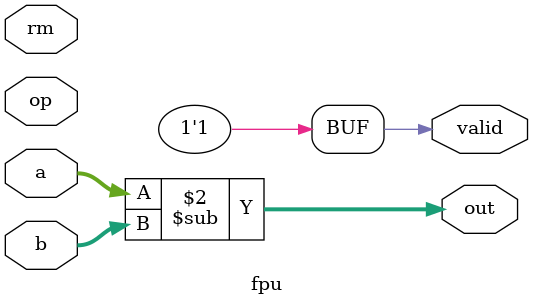
<source format=sv>
module fpu (
    input [31:0] a,
    input [31:0] b,
    input [1:0] op,
    input [2:0] rm,
    output reg [31:0] out,
    output reg valid

);
always @(*) begin    
    valid <= 1'b1;
    out <= a - b;
end
endmodule
</source>
